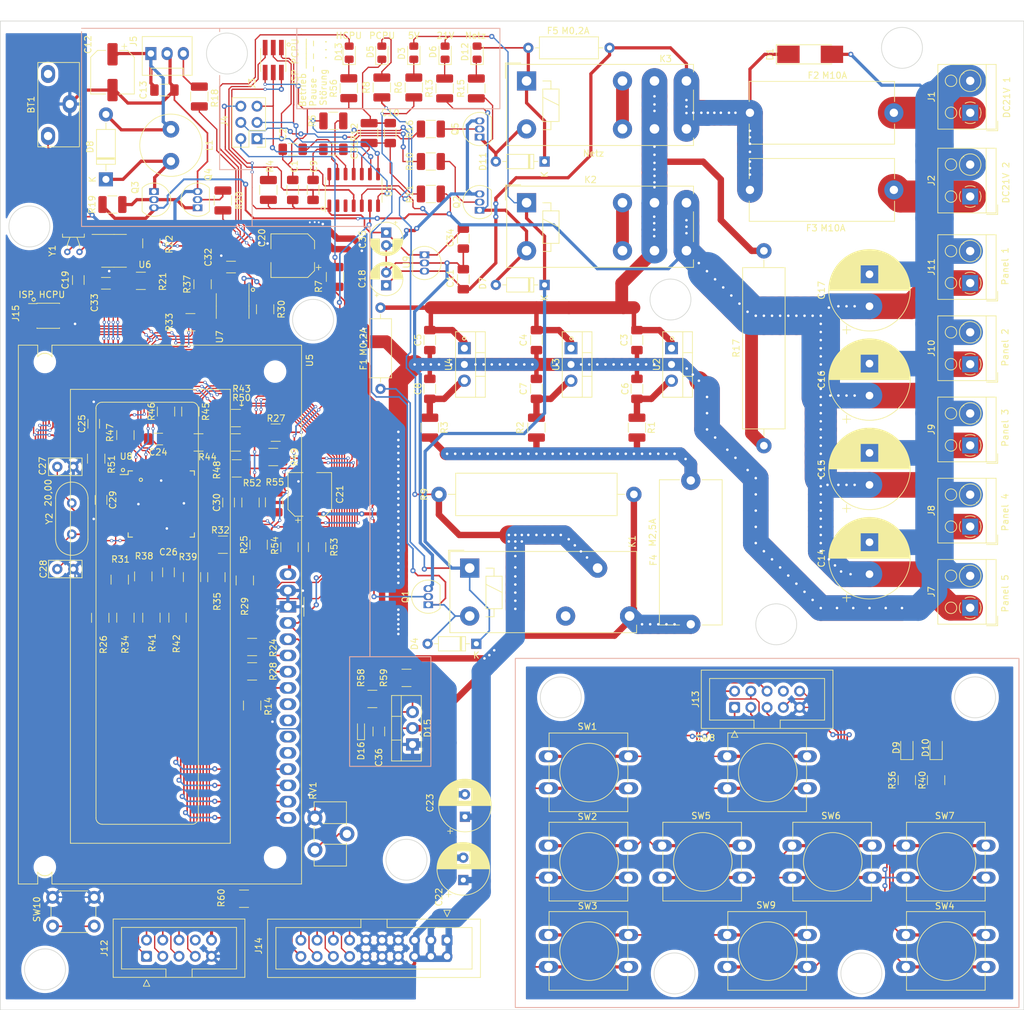
<source format=kicad_pcb>
(kicad_pcb (version 20211014) (generator pcbnew)

  (general
    (thickness 1.6)
  )

  (paper "A4")
  (layers
    (0 "F.Cu" signal)
    (31 "B.Cu" signal)
    (32 "B.Adhes" user "B.Adhesive")
    (33 "F.Adhes" user "F.Adhesive")
    (34 "B.Paste" user)
    (35 "F.Paste" user)
    (36 "B.SilkS" user "B.Silkscreen")
    (37 "F.SilkS" user "F.Silkscreen")
    (38 "B.Mask" user)
    (39 "F.Mask" user)
    (40 "Dwgs.User" user "User.Drawings")
    (41 "Cmts.User" user "User.Comments")
    (42 "Eco1.User" user "User.Eco1")
    (43 "Eco2.User" user "User.Eco2")
    (44 "Edge.Cuts" user)
    (45 "Margin" user)
    (46 "B.CrtYd" user "B.Courtyard")
    (47 "F.CrtYd" user "F.Courtyard")
    (48 "B.Fab" user)
    (49 "F.Fab" user)
    (50 "User.1" user)
    (51 "User.2" user)
    (52 "User.3" user)
    (53 "User.4" user)
    (54 "User.5" user)
    (55 "User.6" user)
    (56 "User.7" user)
    (57 "User.8" user)
    (58 "User.9" user)
  )

  (setup
    (pad_to_mask_clearance 0)
    (pcbplotparams
      (layerselection 0x00010fc_ffffffff)
      (disableapertmacros false)
      (usegerberextensions false)
      (usegerberattributes true)
      (usegerberadvancedattributes true)
      (creategerberjobfile true)
      (svguseinch false)
      (svgprecision 6)
      (excludeedgelayer true)
      (plotframeref false)
      (viasonmask false)
      (mode 1)
      (useauxorigin false)
      (hpglpennumber 1)
      (hpglpenspeed 20)
      (hpglpendiameter 15.000000)
      (dxfpolygonmode true)
      (dxfimperialunits true)
      (dxfusepcbnewfont true)
      (psnegative false)
      (psa4output false)
      (plotreference true)
      (plotvalue true)
      (plotinvisibletext false)
      (sketchpadsonfab false)
      (subtractmaskfromsilk true)
      (outputformat 1)
      (mirror false)
      (drillshape 0)
      (scaleselection 1)
      (outputdirectory "Panel/")
    )
  )

  (net 0 "")
  (net 1 "Net-(BT1-Pad2)")
  (net 2 "Net-(C2-Pad1)")
  (net 3 "Net-(C1-Pad2)")
  (net 4 "Net-(C6-Pad1)")
  (net 5 "Net-(C7-Pad1)")
  (net 6 "Net-(C8-Pad1)")
  (net 7 "Net-(C9-Pad2)")
  (net 8 "Net-(C10-Pad2)")
  (net 9 "Net-(C12-Pad1)")
  (net 10 "Net-(C14-Pad1)")
  (net 11 "Net-(BT1-Pad1)")
  (net 12 "Net-(C25-Pad1)")
  (net 13 "Net-(C27-Pad1)")
  (net 14 "Net-(C28-Pad2)")
  (net 15 "Net-(C3-Pad1)")
  (net 16 "Net-(D3-Pad1)")
  (net 17 "Net-(D3-Pad2)")
  (net 18 "Net-(D4-Pad2)")
  (net 19 "Net-(D5-Pad2)")
  (net 20 "Net-(D6-Pad1)")
  (net 21 "Net-(D7-Pad2)")
  (net 22 "Net-(D8-Pad1)")
  (net 23 "Net-(F2-Pad1)")
  (net 24 "Net-(F3-Pad1)")
  (net 25 "Net-(J3-Pad1)")
  (net 26 "Net-(J3-Pad3)")
  (net 27 "Net-(J3-Pad4)")
  (net 28 "Net-(J14-Pad13)")
  (net 29 "Net-(J14-Pad14)")
  (net 30 "Net-(J14-Pad15)")
  (net 31 "Net-(J14-Pad16)")
  (net 32 "Net-(J14-Pad17)")
  (net 33 "Net-(J14-Pad19)")
  (net 34 "Net-(J14-Pad20)")
  (net 35 "Net-(J15-Pad1)")
  (net 36 "Net-(J15-Pad3)")
  (net 37 "Net-(J15-Pad4)")
  (net 38 "unconnected-(K1-Pad12)")
  (net 39 "unconnected-(K2-Pad12)")
  (net 40 "Net-(Q1-Pad2)")
  (net 41 "Net-(Q2-Pad2)")
  (net 42 "Net-(Q3-Pad2)")
  (net 43 "Net-(Q4-Pad2)")
  (net 44 "Net-(C11-Pad1)")
  (net 45 "Net-(J4-Pad2)")
  (net 46 "Net-(R8-Pad2)")
  (net 47 "Net-(J4-Pad4)")
  (net 48 "Net-(R18-Pad1)")
  (net 49 "Net-(J5-Pad3)")
  (net 50 "Net-(R20-Pad1)")
  (net 51 "Net-(R21-Pad1)")
  (net 52 "Net-(R22-Pad1)")
  (net 53 "Net-(R24-Pad1)")
  (net 54 "Net-(R25-Pad1)")
  (net 55 "Net-(J4-Pad6)")
  (net 56 "Net-(R26-Pad2)")
  (net 57 "Net-(R27-Pad1)")
  (net 58 "Net-(R27-Pad2)")
  (net 59 "Net-(R28-Pad1)")
  (net 60 "Net-(R29-Pad1)")
  (net 61 "Net-(R30-Pad1)")
  (net 62 "Net-(R31-Pad1)")
  (net 63 "Net-(R32-Pad1)")
  (net 64 "Net-(R33-Pad1)")
  (net 65 "Net-(R34-Pad1)")
  (net 66 "Net-(R35-Pad1)")
  (net 67 "Net-(R37-Pad1)")
  (net 68 "Net-(R38-Pad1)")
  (net 69 "Net-(R39-Pad1)")
  (net 70 "Net-(R41-Pad1)")
  (net 71 "Net-(R42-Pad1)")
  (net 72 "Net-(R43-Pad1)")
  (net 73 "Net-(R44-Pad1)")
  (net 74 "Net-(R45-Pad1)")
  (net 75 "Net-(R46-Pad1)")
  (net 76 "Net-(R47-Pad1)")
  (net 77 "Net-(R48-Pad1)")
  (net 78 "Net-(R49-Pad1)")
  (net 79 "Net-(R50-Pad1)")
  (net 80 "unconnected-(U1-Pad2)")
  (net 81 "unconnected-(U1-Pad3)")
  (net 82 "Net-(U6-Pad1)")
  (net 83 "Net-(U6-Pad2)")
  (net 84 "unconnected-(U6-Pad7)")
  (net 85 "Net-(C20-Pad1)")
  (net 86 "Net-(C31-Pad2)")
  (net 87 "Net-(D11-Pad1)")
  (net 88 "Net-(D11-Pad2)")
  (net 89 "Net-(R53-Pad1)")
  (net 90 "Net-(J12-Pad1)")
  (net 91 "Net-(J12-Pad2)")
  (net 92 "Net-(J12-Pad3)")
  (net 93 "Net-(J12-Pad4)")
  (net 94 "Net-(J12-Pad5)")
  (net 95 "Net-(J12-Pad6)")
  (net 96 "Net-(D12-Pad1)")
  (net 97 "Net-(C36-Pad1)")
  (net 98 "Net-(F4-Pad2)")
  (net 99 "unconnected-(K3-Pad12)")
  (net 100 "Net-(Q5-Pad2)")
  (net 101 "Net-(R52-Pad2)")
  (net 102 "Net-(R16-Pad2)")
  (net 103 "Net-(D9-Pad1)")
  (net 104 "Net-(D15-Pad2)")
  (net 105 "Net-(D16-Pad2)")
  (net 106 "Net-(R14-Pad2)")
  (net 107 "Net-(R24-Pad2)")
  (net 108 "Net-(R28-Pad2)")
  (net 109 "Net-(R31-Pad2)")
  (net 110 "Net-(R34-Pad2)")
  (net 111 "Net-(R38-Pad2)")
  (net 112 "Net-(R41-Pad2)")
  (net 113 "Net-(R54-Pad1)")
  (net 114 "Net-(RV1-Pad2)")
  (net 115 "unconnected-(U5-Pad7)")
  (net 116 "unconnected-(U5-Pad8)")
  (net 117 "unconnected-(U5-Pad9)")
  (net 118 "unconnected-(U5-Pad10)")
  (net 119 "Net-(J14-Pad18)")
  (net 120 "unconnected-(J12-Pad8)")
  (net 121 "Net-(D9-Pad2)")
  (net 122 "Net-(D10-Pad2)")
  (net 123 "unconnected-(J13-Pad8)")
  (net 124 "Net-(D13-Pad1)")
  (net 125 "Net-(J13-Pad6)")
  (net 126 "Net-(J13-Pad5)")
  (net 127 "Net-(J13-Pad4)")
  (net 128 "Net-(J13-Pad3)")
  (net 129 "Net-(J13-Pad2)")
  (net 130 "Net-(J13-Pad1)")
  (net 131 "Net-(D10-Pad1)")
  (net 132 "Net-(J12-Pad10)")
  (net 133 "Net-(D13-Pad2)")
  (net 134 "Net-(R55-Pad1)")
  (net 135 "Net-(J13-Pad9)")

  (footprint "Crystal:Crystal_HC49-4H_Vertical" (layer "F.Cu") (at 25.527 94.887 90))

  (footprint "Resistor_SMD:R_1210_3225Metric_Pad1.30x2.65mm_HandSolder" (layer "F.Cu") (at 44.069 61.722 180))

  (footprint "Diode_THT:D_DO-35_SOD27_P7.62mm_Horizontal" (layer "F.Cu") (at 99.441 55.88 180))

  (footprint "Button_Switch_THT:OMR B3F-4000" (layer "F.Cu") (at 100.049 157.56))

  (footprint "Fuse:Fuseholder_Cylinder-5x20mm_Schurter_0031_8201_Horizontal_Open" (layer "F.Cu") (at 154.051 41.021 180))

  (footprint "Capacitor_SMD:C_1206_3216Metric_Pad1.33x1.80mm_HandSolder" (layer "F.Cu") (at 86.741 48.641 -90))

  (footprint "Resistor_SMD:R_1210_3225Metric_Pad1.30x2.65mm_HandSolder" (layer "F.Cu") (at 45.974 55.779 90))

  (footprint "Capacitor_THT:C_Disc_D5.0mm_W2.5mm_P2.50mm" (layer "F.Cu") (at 25.761 100.33 180))

  (footprint "TerminalBlock_RND:TerminalBlock_RND_205-00001_1x02_P5.00mm_Horizontal" (layer "F.Cu") (at 165.981 80.986 90))

  (footprint "Resistor_THT:R_Axial_Power_L25.0mm_W6.4mm_P30.48mm" (layer "F.Cu") (at 133.731 81.031 90))

  (footprint "Capacitor_SMD:C_1206_3216Metric_Pad1.33x1.80mm_HandSolder" (layer "F.Cu") (at 98.171 72.136 90))

  (footprint "LED_SMD:LED_0805_2012Metric_Pad1.15x1.40mm_HandSolder" (layer "F.Cu") (at 88.891 19.556 90))

  (footprint "Resistor_THT:R_Axial_Power_L25.0mm_W6.4mm_P30.48mm" (layer "F.Cu") (at 82.926 88.646))

  (footprint "Resistor_SMD:R_1210_3225Metric_Pad1.30x2.65mm_HandSolder" (layer "F.Cu") (at 53.721 112.522))

  (footprint "Resistor_SMD:R_1210_3225Metric_Pad1.30x2.65mm_HandSolder" (layer "F.Cu") (at 54.737 96.52 -90))

  (footprint "Resistor_SMD:R_1210_3225Metric_Pad1.30x2.65mm_HandSolder" (layer "F.Cu") (at 81.661 36.576 180))

  (footprint "Diode_THT:D_DO-35_SOD27_P7.62mm_Horizontal" (layer "F.Cu") (at 88.773 112.014 180))

  (footprint "Resistor_SMD:R_1210_3225Metric_Pad1.30x2.65mm_HandSolder" (layer "F.Cu") (at 29.337 83.058 90))

  (footprint "Button_Switch_THT:OMR B3F-4000" (layer "F.Cu") (at 127.989 129.62))

  (footprint "TerminalBlock_RND:TerminalBlock_RND_205-00001_1x02_P5.00mm_Horizontal" (layer "F.Cu") (at 165.981 93.686 90))

  (footprint "Resistor_SMD:R_1210_3225Metric_Pad1.30x2.65mm_HandSolder" (layer "F.Cu") (at 83.82 25.146 -90))

  (footprint "Package_TO_SOT_THT:TO-92_Inline" (layer "F.Cu") (at 89.281 44.196 90))

  (footprint "Button_Switch_THT:OMR B3F-4000" (layer "F.Cu") (at 138.149 143.59))

  (footprint "Resistor_SMD:R_1210_3225Metric_Pad1.30x2.65mm_HandSolder" (layer "F.Cu") (at 79 25 -90))

  (footprint "LED_SMD:LED_0805_2012Metric_Pad1.15x1.40mm_HandSolder" (layer "F.Cu") (at 156.083 128.27 90))

  (footprint "Capacitor_SMD:C_1206_3216Metric_Pad1.33x1.80mm_HandSolder" (layer "F.Cu") (at 26.543 55.118 90))

  (footprint "Package_QFP:TQFP-44_10x10mm_P0.8mm" (layer "F.Cu") (at 39.516 90.151))

  (footprint "Capacitor_SMD:C_1206_3216Metric_Pad1.33x1.80mm_HandSolder" (layer "F.Cu") (at 50.038 89.916 90))

  (footprint "Capacitor_SMD:C_1206_3216Metric_Pad1.33x1.80mm_HandSolder" (layer "F.Cu") (at 39.0275 79.991 180))

  (footprint "LED_SMD:LED_0805_2012Metric_Pad1.15x1.40mm_HandSolder" (layer "F.Cu") (at 79 19.556 90))

  (footprint "Capacitor_THT:CP_Radial_D12.5mm_P5.00mm" (layer "F.Cu") (at 150.241 101.129959 90))

  (footprint "Resistor_SMD:R_1210_3225Metric_Pad1.30x2.65mm_HandSolder" (layer "F.Cu") (at 63.881 96.901 90))

  (footprint "LED_SMD:LED_0805_2012Metric_Pad1.15x1.40mm_HandSolder" (layer "F.Cu") (at 83.891 19.556 90))

  (footprint "Resistor_SMD:R_1210_3225Metric_Pad1.30x2.65mm_HandSolder" (layer "F.Cu") (at 29.972 107.95 90))

  (footprint "Capacitor_SMD:C_1206_3216Metric_Pad1.33x1.80mm_HandSolder" (layer "F.Cu") (at 113.8835 64.516 -90))

  (footprint "Connector_PinHeader_2.54mm:PinHeader_2x03_P2.54mm_Vertical" (layer "F.Cu") (at 54.488 33.005 180))

  (footprint "Resistor_SMD:R_1210_3225Metric_Pad1.30x2.65mm_HandSolder" (layer "F.Cu") (at 88.773 25.146 -90))

  (footprint "Resistor_SMD:R_1210_3225Metric_Pad1.30x2.65mm_HandSolder" (layer "F.Cu") (at 49.149 42.672 90))

  (footprint "Resistor_SMD:R_1210_3225Metric_Pad1.30x2.65mm_HandSolder" (layer "F.Cu") (at 66.675 54.636 90))

  (footprint "TerminalBlock_RND:TerminalBlock_RND_205-00001_1x02_P5.00mm_Horizontal" (layer "F.Cu") (at 165.981 106.386 90))

  (footprint "Capacitor_SMD:C_1206_3216Metric_Pad1.33x1.80mm_HandSolder" (layer "F.Cu") (at 86.741 54.991 90))

  (footprint "Resistor_THT:R_Axial_DIN0309_L9.0mm_D3.2mm_P12.70mm_Horizontal" (layer "F.Cu") (at 73.787 72.136 90))

  (footprint "Connector:FanPinHeader_1x03_P2.54mm_Vertical" (layer "F.Cu")
    (tedit 5A19DCDF) (tstamp 4ced240c-5764-4c6b-b303-eb829bb5b489)
    (at 37.891 19.691)
    (descr "3-pin CPU fan Through hole pin header, see http://www.formfactors.org/developer%5Cspecs%5Crev1_2_public.pdf")
    (tags "pin header 3-pin CPU fan")
    (property "Sheetfile" "Lauflicht_Steuerplatine.kicad_sch")
    (property "Sheetname" "")
    (path "/d498e373-4db4-4219-ac1b-e64e45f5
... [1516206 chars truncated]
</source>
